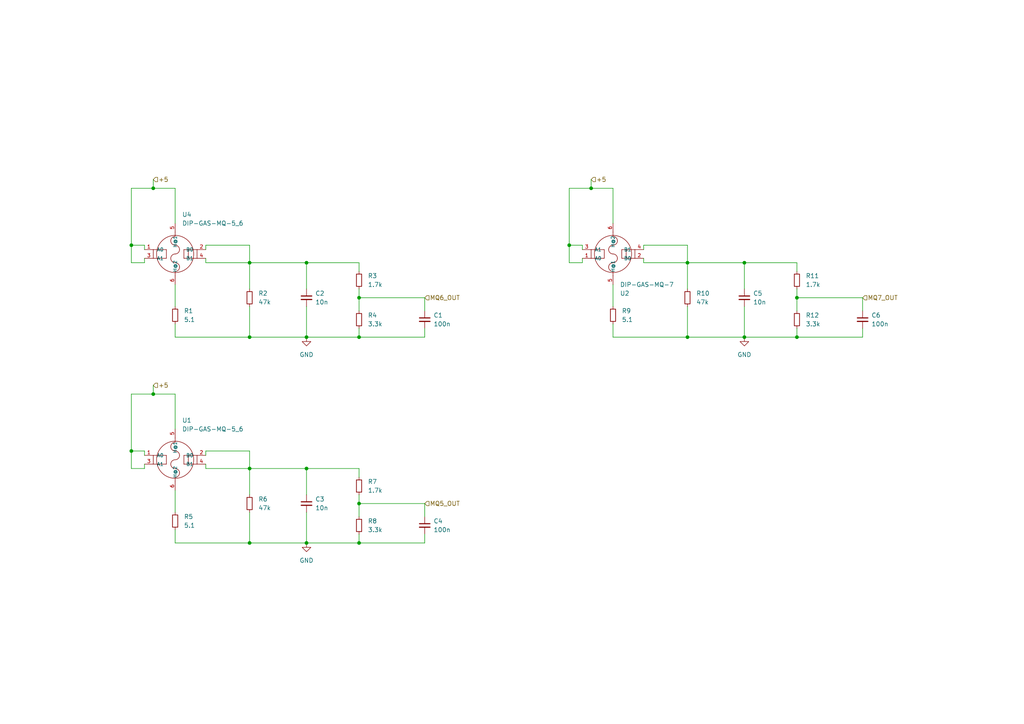
<source format=kicad_sch>
(kicad_sch (version 20230121) (generator eeschema)
  (paper "A4")
  (title_block (title "Sensores") (date "2023-10-09") (rev "1.0.0") (company "IFSC - Proejto Integrador 2"))
  (lib_symbols
    (symbol "Device:C_Small" (pin_numbers hide) (pin_names (offset 0.254) hide)
      (property "Reference" "C" (at 0.254 1.778 0))
      (property "Value" "C_Small" (at 0.254 -2.032 0))
      (symbol "C_Small_0_1"
        (polyline (pts (xy -1.524 -0.508) (xy 1.524 -0.508)) (stroke (width 0.3302)))
        (polyline (pts (xy -1.524 0.508) (xy 1.524 0.508)) (stroke (width 0.3048)))
      )
      (symbol "C_Small_1_1"
        (pin passive line (at 0 2.54 270) (length 2.032) (name "~") (number "1"))
        (pin passive line (at 0 -2.54 90) (length 2.032) (name "~") (number "2"))
      )
    )
    (symbol "Device:R_Small" (pin_numbers hide) (pin_names (offset 0.254) hide)
      (property "Reference" "R" (at 0.762 0.508 0))
      (property "Value" "R_Small" (at 0.762 -1.016 0))
      (symbol "R_Small_0_1"
        (rectangle (start -0.762 1.778) (end 0.762 -1.778) (stroke (width 0.2032)))
      )
      (symbol "R_Small_1_1"
        (pin passive line (at 0 2.54 270) (length 0.762) (name "~") (number "1"))
        (pin passive line (at 0 -2.54 90) (length 0.762) (name "~") (number "2"))
      )
    )
    (symbol "MQ:DIP-GAS-MQ-5_6" (pin_names (offset 1.016))
      (property "Reference" "U" (at -6.3569 6.3569 0))
      (property "Value" "DIP-GAS-MQ-5_6" (at 1.2713 6.3563 0))
      (symbol "DIP-GAS-MQ-5_6_0_0"
        (arc (start -1.27 -1.27) (mid -0.898 -2.168) (end 0 -2.54) (stroke (width 0.1524)))
        (arc (start -1.27 3.81) (mid -0.898 2.912) (end 0 2.54) (stroke (width 0.1524)))
        (arc (start 0 -5.08) (mid 0.898 -4.708) (end 1.27 -3.81) (stroke (width 0.1524)))
        (arc (start 0 0) (mid -0.898 -0.372) (end -1.27 -1.27) (stroke (width 0.1524)))
        (polyline (pts (xy -6.35 -1.27) (xy -6.35 1.27)) (stroke (width 0.1524)))
        (polyline (pts (xy -6.35 1.27) (xy -2.54 1.27)) (stroke (width 0.1524)))
        (polyline (pts (xy -2.54 -1.27) (xy -6.35 -1.27)) (stroke (width 0.1524)))
        (polyline (pts (xy -2.54 1.27) (xy -2.54 -1.27)) (stroke (width 0.1524)))
        (polyline (pts (xy 0 -5.08) (xy 0 -6.35)) (stroke (width 0.1524)))
        (polyline (pts (xy 0 5.08) (xy 0 6.35)) (stroke (width 0.1524)))
        (polyline (pts (xy 2.54 -1.27) (xy 3.81 -1.27)) (stroke (width 0.1524)))
        (polyline (pts (xy 2.54 1.27) (xy 2.54 -1.27)) (stroke (width 0.1524)))
        (polyline (pts (xy 3.81 -1.27) (xy 3.81 1.27)) (stroke (width 0.1524)))
        (polyline (pts (xy 3.81 1.27) (xy 2.54 1.27)) (stroke (width 0.1524)))
        (polyline (pts (xy 3.81 1.27) (xy 6.35 1.27)) (stroke (width 0.1524)))
        (polyline (pts (xy 6.35 -1.27) (xy 3.81 -1.27)) (stroke (width 0.1524)))
        (polyline (pts (xy 6.35 1.27) (xy 6.35 -1.27)) (stroke (width 0.1524)))
        (arc (start 0 0) (mid 0.898 0.372) (end 1.27 1.27) (stroke (width 0.1524)))
        (circle (center 0 0) (radius 5.3881) (stroke (width 0.1524)))
        (arc (start 0 5.08) (mid -0.898 4.708) (end -1.27 3.81) (stroke (width 0.1524)))
        (arc (start 1.27 -3.81) (mid 0.898 -2.912) (end 0 -2.54) (stroke (width 0.1524)))
        (arc (start 1.27 1.27) (mid 0.898 2.168) (end 0 2.54) (stroke (width 0.1524)))
        (pin bidirectional line (at -8.89 1.27 0) (length 2.54) (name "A0") (number "1"))
        (pin bidirectional line (at 8.89 1.27 180) (length 2.54) (name "B0") (number "2"))
        (pin bidirectional line (at -8.89 -1.27 0) (length 2.54) (name "A1") (number "3"))
        (pin bidirectional line (at 8.89 -1.27 180) (length 2.54) (name "B1") (number "4"))
        (pin bidirectional line (at 0 8.89 270) (length 2.54) (name "H@1") (number "5"))
        (pin bidirectional line (at 0 -8.89 90) (length 2.54) (name "H@2") (number "6"))
      )
    )
    (symbol "MQ:DIP-GAS-MQ-7" (pin_names (offset 1.016))
      (property "Reference" "U" (at -6.3569 6.3569 0))
      (property "Value" "DIP-GAS-MQ-7" (at 1.2713 6.3563 0))
      (symbol "DIP-GAS-MQ-7_0_0"
        (arc (start -1.27 -1.27) (mid -0.898 -2.168) (end 0 -2.54) (stroke (width 0.1524)))
        (arc (start -1.27 3.81) (mid -0.898 2.912) (end 0 2.54) (stroke (width 0.1524)))
        (arc (start 0 -5.08) (mid 0.898 -4.708) (end 1.27 -3.81) (stroke (width 0.1524)))
        (arc (start 0 0) (mid -0.898 -0.372) (end -1.27 -1.27) (stroke (width 0.1524)))
        (polyline (pts (xy -6.35 -1.27) (xy -6.35 1.27)) (stroke (width 0.1524)))
        (polyline (pts (xy -6.35 1.27) (xy -2.54 1.27)) (stroke (width 0.1524)))
        (polyline (pts (xy -2.54 -1.27) (xy -6.35 -1.27)) (stroke (width 0.1524)))
        (polyline (pts (xy -2.54 1.27) (xy -2.54 -1.27)) (stroke (width 0.1524)))
        (polyline (pts (xy 0 -5.08) (xy 0 -6.35)) (stroke (width 0.1524)))
        (polyline (pts (xy 0 5.08) (xy 0 6.35)) (stroke (width 0.1524)))
        (polyline (pts (xy 2.54 -1.27) (xy 3.81 -1.27)) (stroke (width 0.1524)))
        (polyline (pts (xy 2.54 1.27) (xy 2.54 -1.27)) (stroke (width 0.1524)))
        (polyline (pts (xy 3.81 -1.27) (xy 3.81 1.27)) (stroke (width 0.1524)))
        (polyline (pts (xy 3.81 1.27) (xy 2.54 1.27)) (stroke (width 0.1524)))
        (polyline (pts (xy 3.81 1.27) (xy 6.35 1.27)) (stroke (width 0.1524)))
        (polyline (pts (xy 6.35 -1.27) (xy 3.81 -1.27)) (stroke (width 0.1524)))
        (polyline (pts (xy 6.35 1.27) (xy 6.35 -1.27)) (stroke (width 0.1524)))
        (arc (start 0 0) (mid 0.898 0.372) (end 1.27 1.27) (stroke (width 0.1524)))
        (circle (center 0 0) (radius 5.3881) (stroke (width 0.1524)))
        (arc (start 0 5.08) (mid -0.898 4.708) (end -1.27 3.81) (stroke (width 0.1524)))
        (arc (start 1.27 -3.81) (mid 0.898 -2.912) (end 0 -2.54) (stroke (width 0.1524)))
        (arc (start 1.27 1.27) (mid 0.898 2.168) (end 0 2.54) (stroke (width 0.1524)))
        (pin bidirectional line (at -8.89 1.27 0) (length 2.54) (name "A0") (number "1"))
        (pin bidirectional line (at 8.89 1.27 180) (length 2.54) (name "B0") (number "2"))
        (pin bidirectional line (at -8.89 -1.27 0) (length 2.54) (name "A1") (number "3"))
        (pin bidirectional line (at 8.89 -1.27 180) (length 2.54) (name "B1") (number "4"))
        (pin bidirectional line (at 0 8.89 270) (length 2.54) (name "H@1") (number "5"))
        (pin bidirectional line (at 0 -8.89 90) (length 2.54) (name "H@2") (number "6"))
      )
    )
    (symbol "power:GND" (power) (pin_names (offset 0))
      (property "Value" "GND" (at 0 -3.81 0))
      (symbol "GND_0_1"
        (polyline (pts (xy 0 0) (xy 0 -1.27) (xy 1.27 -1.27) (xy 0 -2.54) (xy -1.27 -1.27) (xy 0 -1.27)))
      )
      (symbol "GND_1_1"
        (pin power_in line (at 0 0 270) (length 0) hide (name "GND") (number "1"))
      )
    )
  )
  (junction (at 171.45 54.61))
  (junction (at 38.1 130.81))
  (junction (at 88.9 157.48))
  (junction (at 104.14 157.48))
  (junction (at 104.14 97.79))
  (junction (at 44.45 54.61))
  (junction (at 72.39 157.48))
  (junction (at 165.1 71.12))
  (junction (at 231.14 86.36))
  (junction (at 72.39 97.79))
  (junction (at 215.9 97.79))
  (junction (at 72.39 135.89))
  (junction (at 72.39 76.2))
  (junction (at 44.45 114.3))
  (junction (at 38.1 71.12))
  (junction (at 199.39 97.79))
  (junction (at 88.9 97.79))
  (junction (at 231.14 97.79))
  (junction (at 199.39 76.2))
  (junction (at 104.14 86.36))
  (junction (at 215.9 76.2))
  (junction (at 88.9 76.2))
  (junction (at 104.14 146.05))
  (junction (at 88.9 135.89))
  (wire (pts (xy 88.9 148.59) (xy 88.9 157.48)))
  (wire (pts (xy 199.39 97.79) (xy 199.39 88.9)))
  (wire (pts (xy 199.39 71.12) (xy 199.39 76.2)))
  (wire (pts (xy 59.69 135.89) (xy 72.39 135.89)))
  (wire (pts (xy 186.69 71.12) (xy 186.69 72.39)))
  (wire (pts (xy 231.14 95.25) (xy 231.14 97.79)))
  (wire (pts (xy 50.8 82.55) (xy 50.8 88.9)))
  (wire (pts (xy 72.39 97.79) (xy 72.39 88.9)))
  (wire (pts (xy 59.69 130.81) (xy 72.39 130.81)))
  (wire (pts (xy 104.14 135.89) (xy 104.14 138.43)))
  (wire (pts (xy 72.39 130.81) (xy 72.39 135.89)))
  (wire (pts (xy 72.39 143.51) (xy 72.39 135.89)))
  (wire (pts (xy 50.8 153.67) (xy 50.8 157.48)))
  (wire (pts (xy 50.8 157.48) (xy 72.39 157.48)))
  (wire (pts (xy 123.19 97.79) (xy 104.14 97.79)))
  (wire (pts (xy 250.19 95.25) (xy 250.19 97.79)))
  (wire (pts (xy 177.8 54.61) (xy 171.45 54.61)))
  (wire (pts (xy 250.19 90.17) (xy 250.19 86.36)))
  (wire (pts (xy 38.1 71.12) (xy 41.91 71.12)))
  (wire (pts (xy 50.8 114.3) (xy 44.45 114.3)))
  (wire (pts (xy 104.14 97.79) (xy 88.9 97.79)))
  (wire (pts (xy 72.39 97.79) (xy 88.9 97.79)))
  (wire (pts (xy 59.69 71.12) (xy 72.39 71.12)))
  (wire (pts (xy 38.1 130.81) (xy 41.91 130.81)))
  (wire (pts (xy 215.9 88.9) (xy 215.9 97.79)))
  (wire (pts (xy 50.8 97.79) (xy 72.39 97.79)))
  (wire (pts (xy 72.39 83.82) (xy 72.39 76.2)))
  (wire (pts (xy 165.1 54.61) (xy 165.1 71.12)))
  (wire (pts (xy 88.9 143.51) (xy 88.9 135.89)))
  (wire (pts (xy 123.19 149.86) (xy 123.19 146.05)))
  (wire (pts (xy 72.39 71.12) (xy 72.39 76.2)))
  (wire (pts (xy 88.9 135.89) (xy 72.39 135.89)))
  (wire (pts (xy 72.39 157.48) (xy 88.9 157.48)))
  (wire (pts (xy 215.9 76.2) (xy 199.39 76.2)))
  (wire (pts (xy 38.1 135.89) (xy 41.91 135.89)))
  (wire (pts (xy 50.8 54.61) (xy 50.8 64.77)))
  (wire (pts (xy 165.1 71.12) (xy 168.91 71.12)))
  (wire (pts (xy 44.45 54.61) (xy 38.1 54.61)))
  (wire (pts (xy 171.45 52.07) (xy 171.45 54.61)))
  (wire (pts (xy 186.69 71.12) (xy 199.39 71.12)))
  (wire (pts (xy 41.91 74.93) (xy 41.91 76.2)))
  (wire (pts (xy 231.14 97.79) (xy 215.9 97.79)))
  (wire (pts (xy 215.9 76.2) (xy 231.14 76.2)))
  (wire (pts (xy 104.14 76.2) (xy 104.14 78.74)))
  (wire (pts (xy 199.39 83.82) (xy 199.39 76.2)))
  (wire (pts (xy 186.69 76.2) (xy 199.39 76.2)))
  (wire (pts (xy 38.1 135.89) (xy 38.1 130.81)))
  (wire (pts (xy 59.69 135.89) (xy 59.69 134.62)))
  (wire (pts (xy 44.45 111.76) (xy 44.45 114.3)))
  (wire (pts (xy 41.91 130.81) (xy 41.91 132.08)))
  (wire (pts (xy 177.8 54.61) (xy 177.8 64.77)))
  (wire (pts (xy 123.19 90.17) (xy 123.19 86.36)))
  (wire (pts (xy 186.69 76.2) (xy 186.69 74.93)))
  (wire (pts (xy 104.14 86.36) (xy 123.19 86.36)))
  (wire (pts (xy 104.14 154.94) (xy 104.14 157.48)))
  (wire (pts (xy 199.39 97.79) (xy 215.9 97.79)))
  (wire (pts (xy 59.69 76.2) (xy 72.39 76.2)))
  (wire (pts (xy 123.19 154.94) (xy 123.19 157.48)))
  (wire (pts (xy 104.14 95.25) (xy 104.14 97.79)))
  (wire (pts (xy 88.9 88.9) (xy 88.9 97.79)))
  (wire (pts (xy 41.91 134.62) (xy 41.91 135.89)))
  (wire (pts (xy 88.9 76.2) (xy 104.14 76.2)))
  (wire (pts (xy 38.1 54.61) (xy 38.1 71.12)))
  (wire (pts (xy 104.14 146.05) (xy 104.14 149.86)))
  (wire (pts (xy 38.1 76.2) (xy 41.91 76.2)))
  (wire (pts (xy 104.14 157.48) (xy 88.9 157.48)))
  (wire (pts (xy 88.9 135.89) (xy 104.14 135.89)))
  (wire (pts (xy 177.8 82.55) (xy 177.8 88.9)))
  (wire (pts (xy 250.19 97.79) (xy 231.14 97.79)))
  (wire (pts (xy 50.8 114.3) (xy 50.8 124.46)))
  (wire (pts (xy 231.14 86.36) (xy 250.19 86.36)))
  (wire (pts (xy 44.45 52.07) (xy 44.45 54.61)))
  (wire (pts (xy 123.19 157.48) (xy 104.14 157.48)))
  (wire (pts (xy 231.14 83.82) (xy 231.14 86.36)))
  (wire (pts (xy 104.14 86.36) (xy 104.14 90.17)))
  (wire (pts (xy 88.9 83.82) (xy 88.9 76.2)))
  (wire (pts (xy 231.14 86.36) (xy 231.14 90.17)))
  (wire (pts (xy 177.8 97.79) (xy 199.39 97.79)))
  (wire (pts (xy 215.9 83.82) (xy 215.9 76.2)))
  (wire (pts (xy 38.1 114.3) (xy 38.1 130.81)))
  (wire (pts (xy 168.91 71.12) (xy 168.91 72.39)))
  (wire (pts (xy 88.9 76.2) (xy 72.39 76.2)))
  (wire (pts (xy 123.19 95.25) (xy 123.19 97.79)))
  (wire (pts (xy 168.91 74.93) (xy 168.91 76.2)))
  (wire (pts (xy 59.69 130.81) (xy 59.69 132.08)))
  (wire (pts (xy 104.14 143.51) (xy 104.14 146.05)))
  (wire (pts (xy 50.8 93.98) (xy 50.8 97.79)))
  (wire (pts (xy 171.45 54.61) (xy 165.1 54.61)))
  (wire (pts (xy 72.39 157.48) (xy 72.39 148.59)))
  (wire (pts (xy 41.91 71.12) (xy 41.91 72.39)))
  (wire (pts (xy 50.8 142.24) (xy 50.8 148.59)))
  (wire (pts (xy 59.69 71.12) (xy 59.69 72.39)))
  (wire (pts (xy 104.14 146.05) (xy 123.19 146.05)))
  (wire (pts (xy 165.1 76.2) (xy 168.91 76.2)))
  (wire (pts (xy 59.69 76.2) (xy 59.69 74.93)))
  (wire (pts (xy 38.1 76.2) (xy 38.1 71.12)))
  (wire (pts (xy 177.8 93.98) (xy 177.8 97.79)))
  (wire (pts (xy 44.45 114.3) (xy 38.1 114.3)))
  (wire (pts (xy 231.14 76.2) (xy 231.14 78.74)))
  (wire (pts (xy 165.1 76.2) (xy 165.1 71.12)))
  (wire (pts (xy 104.14 83.82) (xy 104.14 86.36)))
  (wire (pts (xy 50.8 54.61) (xy 44.45 54.61)))
  (hierarchical_label "MQ7_OUT" (shape input) (at 250.19 86.36 0))
  (hierarchical_label "+5" (shape input) (at 44.45 52.07 0))
  (hierarchical_label "MQ5_OUT" (shape input) (at 123.19 146.05 0))
  (hierarchical_label "+5" (shape input) (at 44.45 111.76 0))
  (hierarchical_label "+5" (shape input) (at 171.45 52.07 0))
  (hierarchical_label "MQ6_OUT" (shape input) (at 123.19 86.36 0))
  (symbol (lib_id "Device:C_Small") (at 123.19 92.71 0) (unit 1)
    (property "Reference" "C1" (at 125.73 91.4463 0) (effects (justify left)))
    (property "Value" "100n" (at 125.73 93.9863 0) (effects (justify left)))
    (property "Footprint" "Capacitor_SMD:C_0805_2012Metric_Pad1.18x1.45mm_HandSolder" (effects hide))
  )
  (symbol (lib_id "power:GND") (at 88.9 157.48 0) (unit 1)
    (property "Reference" "#PWR03" (effects hide))
    (property "Value" "GND" (at 88.9 162.56 0))
  )
  (symbol (lib_id "Device:R_Small") (at 50.8 151.13 0) (unit 1)
    (property "Reference" "R5" (at 53.34 149.86 0) (effects (justify left)))
    (property "Value" "5.1" (at 53.34 152.4 0) (effects (justify left)))
    (property "Footprint" "Resistor_SMD:R_0805_2012Metric_Pad1.20x1.40mm_HandSolder" (effects hide))
  )
  (symbol (lib_id "Device:C_Small") (at 250.19 92.71 0) (unit 1)
    (property "Reference" "C6" (at 252.73 91.4463 0) (effects (justify left)))
    (property "Value" "100n" (at 252.73 93.9863 0) (effects (justify left)))
    (property "Footprint" "Capacitor_SMD:C_0805_2012Metric_Pad1.18x1.45mm_HandSolder" (effects hide))
  )
  (symbol (lib_id "Device:R_Small") (at 72.39 86.36 0) (unit 1)
    (property "Reference" "R2" (at 74.93 85.09 0) (effects (justify left)))
    (property "Value" "47k" (at 74.93 87.63 0) (effects (justify left)))
    (property "Footprint" "Resistor_SMD:R_0805_2012Metric_Pad1.20x1.40mm_HandSolder" (effects hide))
  )
  (symbol (lib_id "Device:R_Small") (at 104.14 140.97 0) (unit 1)
    (property "Reference" "R7" (at 106.68 139.7 0) (effects (justify left)))
    (property "Value" "1.7k" (at 106.68 142.24 0) (effects (justify left)))
    (property "Footprint" "Resistor_SMD:R_0805_2012Metric_Pad1.20x1.40mm_HandSolder" (effects hide))
  )
  (symbol (lib_id "MQ:DIP-GAS-MQ-5_6") (at 50.8 133.35 0) (unit 1)
    (property "Reference" "U1" (at 52.8194 121.92 0) (effects (justify left)))
    (property "Value" "DIP-GAS-MQ-5_6" (at 52.8194 124.46 0) (effects (justify left)))
    (property "Footprint" "PI:SNR6" (effects hide))
    (property "MF" "Samsung Electro-Mechanics" (effects hide))
    (property "Description" "\n4.7 µF ±20% 6.3V Ceramic Capacitor X5R 0402 (1005 Metric)\n" (effects hide))
    (property "Package" "Radial Disc  Samsung Electro-Mechanics" (effects hide))
    (property "MPN" "MQ-5" (effects hide))
    (property "Price" "None" (effects hide))
    (property "SnapEDA_Link" "https://www.snapeda.com/parts/MQ5/Samsung+Electro-Mechanics/view-part/?ref=snap" (effects hide))
    (property "MP" "MQ5" (effects hide))
    (property "Availability" "Not in stock" (effects hide))
    (property "Check_prices" "https://www.snapeda.com/parts/MQ5/Samsung+Electro-Mechanics/view-part/?ref=eda" (effects hide))
  )
  (symbol (lib_id "power:GND") (at 215.9 97.79 0) (unit 1)
    (property "Reference" "#PWR04" (effects hide))
    (property "Value" "GND" (at 215.9 102.87 0))
  )
  (symbol (lib_id "power:GND") (at 88.9 97.79 0) (unit 1)
    (property "Reference" "#PWR02" (effects hide))
    (property "Value" "GND" (at 88.9 102.87 0))
  )
  (symbol (lib_id "Device:C_Small") (at 88.9 146.05 0) (unit 1)
    (property "Reference" "C3" (at 91.44 144.7863 0) (effects (justify left)))
    (property "Value" "10n" (at 91.44 147.3263 0) (effects (justify left)))
    (property "Footprint" "Capacitor_SMD:C_0805_2012Metric_Pad1.18x1.45mm_HandSolder" (effects hide))
  )
  (symbol (lib_id "Device:R_Small") (at 231.14 92.71 0) (unit 1)
    (property "Reference" "R12" (at 233.68 91.44 0) (effects (justify left)))
    (property "Value" "3.3k" (at 233.68 93.98 0) (effects (justify left)))
    (property "Footprint" "Resistor_SMD:R_0805_2012Metric_Pad1.20x1.40mm_HandSolder" (effects hide))
  )
  (symbol (lib_id "Device:R_Small") (at 231.14 81.28 0) (unit 1)
    (property "Reference" "R11" (at 233.68 80.01 0) (effects (justify left)))
    (property "Value" "1.7k" (at 233.68 82.55 0) (effects (justify left)))
    (property "Footprint" "Resistor_SMD:R_0805_2012Metric_Pad1.20x1.40mm_HandSolder" (effects hide))
  )
  (symbol (lib_id "Device:R_Small") (at 50.8 91.44 0) (unit 1)
    (property "Reference" "R1" (at 53.34 90.17 0) (effects (justify left)))
    (property "Value" "5.1" (at 53.34 92.71 0) (effects (justify left)))
    (property "Footprint" "Resistor_SMD:R_0805_2012Metric_Pad1.20x1.40mm_HandSolder" (effects hide))
  )
  (symbol (lib_id "Device:C_Small") (at 215.9 86.36 0) (unit 1)
    (property "Reference" "C5" (at 218.44 85.0963 0) (effects (justify left)))
    (property "Value" "10n" (at 218.44 87.6363 0) (effects (justify left)))
    (property "Footprint" "Capacitor_SMD:C_0805_2012Metric_Pad1.18x1.45mm_HandSolder" (effects hide))
  )
  (symbol (lib_id "Device:R_Small") (at 177.8 91.44 0) (unit 1)
    (property "Reference" "R9" (at 180.34 90.17 0) (effects (justify left)))
    (property "Value" "5.1" (at 180.34 92.71 0) (effects (justify left)))
    (property "Footprint" "Resistor_SMD:R_0805_2012Metric_Pad1.20x1.40mm_HandSolder" (effects hide))
  )
  (symbol (lib_id "Device:R_Small") (at 72.39 146.05 0) (unit 1)
    (property "Reference" "R6" (at 74.93 144.78 0) (effects (justify left)))
    (property "Value" "47k" (at 74.93 147.32 0) (effects (justify left)))
    (property "Footprint" "Resistor_SMD:R_0805_2012Metric_Pad1.20x1.40mm_HandSolder" (effects hide))
  )
  (symbol (lib_id "Device:R_Small") (at 104.14 152.4 0) (unit 1)
    (property "Reference" "R8" (at 106.68 151.13 0) (effects (justify left)))
    (property "Value" "3.3k" (at 106.68 153.67 0) (effects (justify left)))
    (property "Footprint" "Resistor_SMD:R_0805_2012Metric_Pad1.20x1.40mm_HandSolder" (effects hide))
  )
  (symbol (lib_id "MQ:DIP-GAS-MQ-5_6") (at 50.8 73.66 0) (unit 1)
    (property "Reference" "U4" (at 52.8194 62.23 0) (effects (justify left)))
    (property "Value" "DIP-GAS-MQ-5_6" (at 52.8194 64.77 0) (effects (justify left)))
    (property "Footprint" "PI:SNR6" (effects hide))
    (property "MF" "Samsung Electro-Mechanics" (effects hide))
    (property "Description" "\n4.7 µF ±20% 6.3V Ceramic Capacitor X5R 0402 (1005 Metric)\n" (effects hide))
    (property "Package" "Radial Disc  Samsung Electro-Mechanics" (effects hide))
    (property "MPN" "MQ-5" (effects hide))
    (property "Price" "None" (effects hide))
    (property "SnapEDA_Link" "https://www.snapeda.com/parts/MQ5/Samsung+Electro-Mechanics/view-part/?ref=snap" (effects hide))
    (property "MP" "MQ5" (effects hide))
    (property "Availability" "Not in stock" (effects hide))
    (property "Check_prices" "https://www.snapeda.com/parts/MQ5/Samsung+Electro-Mechanics/view-part/?ref=eda" (effects hide))
  )
  (symbol (lib_id "Device:R_Small") (at 199.39 86.36 0) (unit 1)
    (property "Reference" "R10" (at 201.93 85.09 0) (effects (justify left)))
    (property "Value" "47k" (at 201.93 87.63 0) (effects (justify left)))
    (property "Footprint" "Resistor_SMD:R_0805_2012Metric_Pad1.20x1.40mm_HandSolder" (effects hide))
  )
  (symbol (lib_id "MQ:DIP-GAS-MQ-7") (at 177.8 73.66 0) (mirror x) (unit 1)
    (property "Reference" "U2" (at 179.8194 85.09 0) (effects (justify left)))
    (property "Value" "DIP-GAS-MQ-7" (at 179.8194 82.55 0) (effects (justify left)))
    (property "Footprint" "PI:MQ-7" (effects hide))
    (property "MF" "Samsung Electro-Mechanics" (effects hide))
    (property "Description" "\n4.7 µF ±20% 6.3V Ceramic Capacitor X5R 0402 (1005 Metric)\n" (effects hide))
    (property "Package" "Radial Disc  Samsung Electro-Mechanics" (effects hide))
    (property "MPN" "MQ-5" (effects hide))
    (property "Price" "None" (effects hide))
    (property "SnapEDA_Link" "https://www.snapeda.com/parts/MQ5/Samsung+Electro-Mechanics/view-part/?ref=snap" (effects hide))
    (property "MP" "MQ5" (effects hide))
    (property "Availability" "Not in stock" (effects hide))
    (property "Check_prices" "https://www.snapeda.com/parts/MQ5/Samsung+Electro-Mechanics/view-part/?ref=eda" (effects hide))
  )
  (symbol (lib_id "Device:R_Small") (at 104.14 92.71 0) (unit 1)
    (property "Reference" "R4" (at 106.68 91.44 0) (effects (justify left)))
    (property "Value" "3.3k" (at 106.68 93.98 0) (effects (justify left)))
    (property "Footprint" "Resistor_SMD:R_0805_2012Metric_Pad1.20x1.40mm_HandSolder" (effects hide))
  )
  (symbol (lib_id "Device:R_Small") (at 104.14 81.28 0) (unit 1)
    (property "Reference" "R3" (at 106.68 80.01 0) (effects (justify left)))
    (property "Value" "1.7k" (at 106.68 82.55 0) (effects (justify left)))
    (property "Footprint" "Resistor_SMD:R_0805_2012Metric_Pad1.20x1.40mm_HandSolder" (effects hide))
  )
  (symbol (lib_id "Device:C_Small") (at 88.9 86.36 0) (unit 1)
    (property "Reference" "C2" (at 91.44 85.0963 0) (effects (justify left)))
    (property "Value" "10n" (at 91.44 87.6363 0) (effects (justify left)))
    (property "Footprint" "Capacitor_SMD:C_0805_2012Metric_Pad1.18x1.45mm_HandSolder" (effects hide))
  )
  (symbol (lib_id "Device:C_Small") (at 123.19 152.4 0) (unit 1)
    (property "Reference" "C4" (at 125.73 151.1363 0) (effects (justify left)))
    (property "Value" "100n" (at 125.73 153.6763 0) (effects (justify left)))
    (property "Footprint" "Capacitor_SMD:C_0805_2012Metric_Pad1.18x1.45mm_HandSolder" (effects hide))
  )
)
</source>
